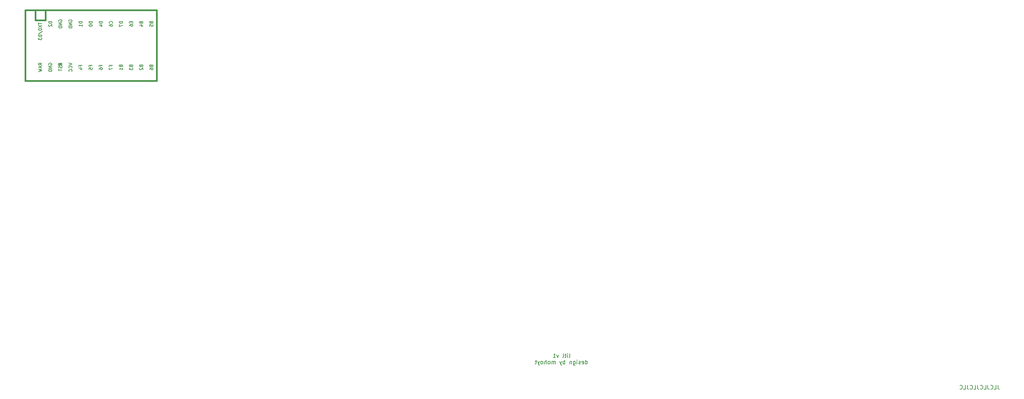
<source format=gbo>
%TF.GenerationSoftware,KiCad,Pcbnew,(6.0.0-0)*%
%TF.CreationDate,2022-06-29T18:32:48+02:00*%
%TF.ProjectId,litl,6c69746c-2e6b-4696-9361-645f70636258,rev?*%
%TF.SameCoordinates,Original*%
%TF.FileFunction,Legend,Bot*%
%TF.FilePolarity,Positive*%
%FSLAX46Y46*%
G04 Gerber Fmt 4.6, Leading zero omitted, Abs format (unit mm)*
G04 Created by KiCad (PCBNEW (6.0.0-0)) date 2022-06-29 18:32:48*
%MOMM*%
%LPD*%
G01*
G04 APERTURE LIST*
%ADD10C,0.150000*%
%ADD11C,0.381000*%
%ADD12C,1.651000*%
%ADD13R,1.651000X1.651000*%
%ADD14R,1.752600X1.752600*%
%ADD15C,1.752600*%
%ADD16C,2.200000*%
%ADD17C,1.700000*%
%ADD18C,4.000000*%
%ADD19C,3.050000*%
%ADD20R,2.000000X3.200000*%
%ADD21R,2.000000X2.000000*%
%ADD22C,2.000000*%
%ADD23R,1.700000X1.700000*%
%ADD24O,1.700000X1.700000*%
G04 APERTURE END LIST*
D10*
X269631547Y-121214880D02*
X269631547Y-121929166D01*
X269679166Y-122072023D01*
X269774404Y-122167261D01*
X269917261Y-122214880D01*
X270012500Y-122214880D01*
X268679166Y-122214880D02*
X269155357Y-122214880D01*
X269155357Y-121214880D01*
X267774404Y-122119642D02*
X267822023Y-122167261D01*
X267964880Y-122214880D01*
X268060119Y-122214880D01*
X268202976Y-122167261D01*
X268298214Y-122072023D01*
X268345833Y-121976785D01*
X268393452Y-121786309D01*
X268393452Y-121643452D01*
X268345833Y-121452976D01*
X268298214Y-121357738D01*
X268202976Y-121262500D01*
X268060119Y-121214880D01*
X267964880Y-121214880D01*
X267822023Y-121262500D01*
X267774404Y-121310119D01*
X267060119Y-121214880D02*
X267060119Y-121929166D01*
X267107738Y-122072023D01*
X267202976Y-122167261D01*
X267345833Y-122214880D01*
X267441071Y-122214880D01*
X266107738Y-122214880D02*
X266583928Y-122214880D01*
X266583928Y-121214880D01*
X265202976Y-122119642D02*
X265250595Y-122167261D01*
X265393452Y-122214880D01*
X265488690Y-122214880D01*
X265631547Y-122167261D01*
X265726785Y-122072023D01*
X265774404Y-121976785D01*
X265822023Y-121786309D01*
X265822023Y-121643452D01*
X265774404Y-121452976D01*
X265726785Y-121357738D01*
X265631547Y-121262500D01*
X265488690Y-121214880D01*
X265393452Y-121214880D01*
X265250595Y-121262500D01*
X265202976Y-121310119D01*
X264488690Y-121214880D02*
X264488690Y-121929166D01*
X264536309Y-122072023D01*
X264631547Y-122167261D01*
X264774404Y-122214880D01*
X264869642Y-122214880D01*
X263536309Y-122214880D02*
X264012500Y-122214880D01*
X264012500Y-121214880D01*
X262631547Y-122119642D02*
X262679166Y-122167261D01*
X262822023Y-122214880D01*
X262917261Y-122214880D01*
X263060119Y-122167261D01*
X263155357Y-122072023D01*
X263202976Y-121976785D01*
X263250595Y-121786309D01*
X263250595Y-121643452D01*
X263202976Y-121452976D01*
X263155357Y-121357738D01*
X263060119Y-121262500D01*
X262917261Y-121214880D01*
X262822023Y-121214880D01*
X262679166Y-121262500D01*
X262631547Y-121310119D01*
X261917261Y-121214880D02*
X261917261Y-121929166D01*
X261964880Y-122072023D01*
X262060119Y-122167261D01*
X262202976Y-122214880D01*
X262298214Y-122214880D01*
X260964880Y-122214880D02*
X261441071Y-122214880D01*
X261441071Y-121214880D01*
X260060119Y-122119642D02*
X260107738Y-122167261D01*
X260250595Y-122214880D01*
X260345833Y-122214880D01*
X260488690Y-122167261D01*
X260583928Y-122072023D01*
X260631547Y-121976785D01*
X260679166Y-121786309D01*
X260679166Y-121643452D01*
X260631547Y-121452976D01*
X260583928Y-121357738D01*
X260488690Y-121262500D01*
X260345833Y-121214880D01*
X260250595Y-121214880D01*
X260107738Y-121262500D01*
X260060119Y-121310119D01*
X161867261Y-114247380D02*
X161962500Y-114199761D01*
X162010119Y-114104523D01*
X162010119Y-113247380D01*
X161486309Y-114247380D02*
X161486309Y-113580714D01*
X161486309Y-113247380D02*
X161533928Y-113295000D01*
X161486309Y-113342619D01*
X161438690Y-113295000D01*
X161486309Y-113247380D01*
X161486309Y-113342619D01*
X161152976Y-113580714D02*
X160772023Y-113580714D01*
X161010119Y-113247380D02*
X161010119Y-114104523D01*
X160962500Y-114199761D01*
X160867261Y-114247380D01*
X160772023Y-114247380D01*
X160295833Y-114247380D02*
X160391071Y-114199761D01*
X160438690Y-114104523D01*
X160438690Y-113247380D01*
X159248214Y-113580714D02*
X159010119Y-114247380D01*
X158772023Y-113580714D01*
X157867261Y-114247380D02*
X158438690Y-114247380D01*
X158152976Y-114247380D02*
X158152976Y-113247380D01*
X158248214Y-113390238D01*
X158343452Y-113485476D01*
X158438690Y-113533095D01*
X166010119Y-115857380D02*
X166010119Y-114857380D01*
X166010119Y-115809761D02*
X166105357Y-115857380D01*
X166295833Y-115857380D01*
X166391071Y-115809761D01*
X166438690Y-115762142D01*
X166486309Y-115666904D01*
X166486309Y-115381190D01*
X166438690Y-115285952D01*
X166391071Y-115238333D01*
X166295833Y-115190714D01*
X166105357Y-115190714D01*
X166010119Y-115238333D01*
X165152976Y-115809761D02*
X165248214Y-115857380D01*
X165438690Y-115857380D01*
X165533928Y-115809761D01*
X165581547Y-115714523D01*
X165581547Y-115333571D01*
X165533928Y-115238333D01*
X165438690Y-115190714D01*
X165248214Y-115190714D01*
X165152976Y-115238333D01*
X165105357Y-115333571D01*
X165105357Y-115428809D01*
X165581547Y-115524047D01*
X164724404Y-115809761D02*
X164629166Y-115857380D01*
X164438690Y-115857380D01*
X164343452Y-115809761D01*
X164295833Y-115714523D01*
X164295833Y-115666904D01*
X164343452Y-115571666D01*
X164438690Y-115524047D01*
X164581547Y-115524047D01*
X164676785Y-115476428D01*
X164724404Y-115381190D01*
X164724404Y-115333571D01*
X164676785Y-115238333D01*
X164581547Y-115190714D01*
X164438690Y-115190714D01*
X164343452Y-115238333D01*
X163867261Y-115857380D02*
X163867261Y-115190714D01*
X163867261Y-114857380D02*
X163914880Y-114905000D01*
X163867261Y-114952619D01*
X163819642Y-114905000D01*
X163867261Y-114857380D01*
X163867261Y-114952619D01*
X162962500Y-115190714D02*
X162962500Y-116000238D01*
X163010119Y-116095476D01*
X163057738Y-116143095D01*
X163152976Y-116190714D01*
X163295833Y-116190714D01*
X163391071Y-116143095D01*
X162962500Y-115809761D02*
X163057738Y-115857380D01*
X163248214Y-115857380D01*
X163343452Y-115809761D01*
X163391071Y-115762142D01*
X163438690Y-115666904D01*
X163438690Y-115381190D01*
X163391071Y-115285952D01*
X163343452Y-115238333D01*
X163248214Y-115190714D01*
X163057738Y-115190714D01*
X162962500Y-115238333D01*
X162486309Y-115190714D02*
X162486309Y-115857380D01*
X162486309Y-115285952D02*
X162438690Y-115238333D01*
X162343452Y-115190714D01*
X162200595Y-115190714D01*
X162105357Y-115238333D01*
X162057738Y-115333571D01*
X162057738Y-115857380D01*
X160819642Y-115857380D02*
X160819642Y-114857380D01*
X160819642Y-115238333D02*
X160724404Y-115190714D01*
X160533928Y-115190714D01*
X160438690Y-115238333D01*
X160391071Y-115285952D01*
X160343452Y-115381190D01*
X160343452Y-115666904D01*
X160391071Y-115762142D01*
X160438690Y-115809761D01*
X160533928Y-115857380D01*
X160724404Y-115857380D01*
X160819642Y-115809761D01*
X160010119Y-115190714D02*
X159772023Y-115857380D01*
X159533928Y-115190714D02*
X159772023Y-115857380D01*
X159867261Y-116095476D01*
X159914880Y-116143095D01*
X160010119Y-116190714D01*
X158391071Y-115857380D02*
X158391071Y-115190714D01*
X158391071Y-115285952D02*
X158343452Y-115238333D01*
X158248214Y-115190714D01*
X158105357Y-115190714D01*
X158010119Y-115238333D01*
X157962500Y-115333571D01*
X157962500Y-115857380D01*
X157962500Y-115333571D02*
X157914880Y-115238333D01*
X157819642Y-115190714D01*
X157676785Y-115190714D01*
X157581547Y-115238333D01*
X157533928Y-115333571D01*
X157533928Y-115857380D01*
X156914880Y-115857380D02*
X157010119Y-115809761D01*
X157057738Y-115762142D01*
X157105357Y-115666904D01*
X157105357Y-115381190D01*
X157057738Y-115285952D01*
X157010119Y-115238333D01*
X156914880Y-115190714D01*
X156772023Y-115190714D01*
X156676785Y-115238333D01*
X156629166Y-115285952D01*
X156581547Y-115381190D01*
X156581547Y-115666904D01*
X156629166Y-115762142D01*
X156676785Y-115809761D01*
X156772023Y-115857380D01*
X156914880Y-115857380D01*
X156152976Y-115857380D02*
X156152976Y-114857380D01*
X155724404Y-115857380D02*
X155724404Y-115333571D01*
X155772023Y-115238333D01*
X155867261Y-115190714D01*
X156010119Y-115190714D01*
X156105357Y-115238333D01*
X156152976Y-115285952D01*
X155105357Y-115857380D02*
X155200595Y-115809761D01*
X155248214Y-115762142D01*
X155295833Y-115666904D01*
X155295833Y-115381190D01*
X155248214Y-115285952D01*
X155200595Y-115238333D01*
X155105357Y-115190714D01*
X154962500Y-115190714D01*
X154867261Y-115238333D01*
X154819642Y-115285952D01*
X154772023Y-115381190D01*
X154772023Y-115666904D01*
X154819642Y-115762142D01*
X154867261Y-115809761D01*
X154962500Y-115857380D01*
X155105357Y-115857380D01*
X154438690Y-115190714D02*
X154200595Y-115857380D01*
X153962500Y-115190714D02*
X154200595Y-115857380D01*
X154295833Y-116095476D01*
X154343452Y-116143095D01*
X154438690Y-116190714D01*
X153724404Y-115190714D02*
X153343452Y-115190714D01*
X153581547Y-114857380D02*
X153581547Y-115714523D01*
X153533928Y-115809761D01*
X153438690Y-115857380D01*
X153343452Y-115857380D01*
X49686904Y-29761023D02*
X48886904Y-29761023D01*
X48886904Y-29951500D01*
X48925000Y-30065785D01*
X49001190Y-30141976D01*
X49077380Y-30180071D01*
X49229761Y-30218166D01*
X49344047Y-30218166D01*
X49496428Y-30180071D01*
X49572619Y-30141976D01*
X49648809Y-30065785D01*
X49686904Y-29951500D01*
X49686904Y-29761023D01*
X48886904Y-30484833D02*
X48886904Y-31018166D01*
X49686904Y-30675309D01*
X41647857Y-41006833D02*
X41647857Y-40740166D01*
X42066904Y-40740166D02*
X41266904Y-40740166D01*
X41266904Y-41121119D01*
X41266904Y-41806833D02*
X41266904Y-41425880D01*
X41647857Y-41387785D01*
X41609761Y-41425880D01*
X41571666Y-41502071D01*
X41571666Y-41692547D01*
X41609761Y-41768738D01*
X41647857Y-41806833D01*
X41724047Y-41844928D01*
X41914523Y-41844928D01*
X41990714Y-41806833D01*
X42028809Y-41768738D01*
X42066904Y-41692547D01*
X42066904Y-41502071D01*
X42028809Y-41425880D01*
X41990714Y-41387785D01*
X44606904Y-29761023D02*
X43806904Y-29761023D01*
X43806904Y-29951500D01*
X43845000Y-30065785D01*
X43921190Y-30141976D01*
X43997380Y-30180071D01*
X44149761Y-30218166D01*
X44264047Y-30218166D01*
X44416428Y-30180071D01*
X44492619Y-30141976D01*
X44568809Y-30065785D01*
X44606904Y-29951500D01*
X44606904Y-29761023D01*
X44073571Y-30903880D02*
X44606904Y-30903880D01*
X43768809Y-30713404D02*
X44340238Y-30522928D01*
X44340238Y-31018166D01*
X44187857Y-41006833D02*
X44187857Y-40740166D01*
X44606904Y-40740166D02*
X43806904Y-40740166D01*
X43806904Y-41121119D01*
X43806904Y-41768738D02*
X43806904Y-41616357D01*
X43845000Y-41540166D01*
X43883095Y-41502071D01*
X43997380Y-41425880D01*
X44149761Y-41387785D01*
X44454523Y-41387785D01*
X44530714Y-41425880D01*
X44568809Y-41463976D01*
X44606904Y-41540166D01*
X44606904Y-41692547D01*
X44568809Y-41768738D01*
X44530714Y-41806833D01*
X44454523Y-41844928D01*
X44264047Y-41844928D01*
X44187857Y-41806833D01*
X44149761Y-41768738D01*
X44111666Y-41692547D01*
X44111666Y-41540166D01*
X44149761Y-41463976D01*
X44187857Y-41425880D01*
X44264047Y-41387785D01*
X33685000Y-29741976D02*
X33646904Y-29665785D01*
X33646904Y-29551500D01*
X33685000Y-29437214D01*
X33761190Y-29361023D01*
X33837380Y-29322928D01*
X33989761Y-29284833D01*
X34104047Y-29284833D01*
X34256428Y-29322928D01*
X34332619Y-29361023D01*
X34408809Y-29437214D01*
X34446904Y-29551500D01*
X34446904Y-29627690D01*
X34408809Y-29741976D01*
X34370714Y-29780071D01*
X34104047Y-29780071D01*
X34104047Y-29627690D01*
X34446904Y-30122928D02*
X33646904Y-30122928D01*
X34446904Y-30580071D01*
X33646904Y-30580071D01*
X34446904Y-30961023D02*
X33646904Y-30961023D01*
X33646904Y-31151500D01*
X33685000Y-31265785D01*
X33761190Y-31341976D01*
X33837380Y-31380071D01*
X33989761Y-31418166D01*
X34104047Y-31418166D01*
X34256428Y-31380071D01*
X34332619Y-31341976D01*
X34408809Y-31265785D01*
X34446904Y-31151500D01*
X34446904Y-30961023D01*
X36225000Y-29741976D02*
X36186904Y-29665785D01*
X36186904Y-29551500D01*
X36225000Y-29437214D01*
X36301190Y-29361023D01*
X36377380Y-29322928D01*
X36529761Y-29284833D01*
X36644047Y-29284833D01*
X36796428Y-29322928D01*
X36872619Y-29361023D01*
X36948809Y-29437214D01*
X36986904Y-29551500D01*
X36986904Y-29627690D01*
X36948809Y-29741976D01*
X36910714Y-29780071D01*
X36644047Y-29780071D01*
X36644047Y-29627690D01*
X36986904Y-30122928D02*
X36186904Y-30122928D01*
X36986904Y-30580071D01*
X36186904Y-30580071D01*
X36986904Y-30961023D02*
X36186904Y-30961023D01*
X36186904Y-31151500D01*
X36225000Y-31265785D01*
X36301190Y-31341976D01*
X36377380Y-31380071D01*
X36529761Y-31418166D01*
X36644047Y-31418166D01*
X36796428Y-31380071D01*
X36872619Y-31341976D01*
X36948809Y-31265785D01*
X36986904Y-31151500D01*
X36986904Y-30961023D01*
X56887857Y-30027690D02*
X56925952Y-30141976D01*
X56964047Y-30180071D01*
X57040238Y-30218166D01*
X57154523Y-30218166D01*
X57230714Y-30180071D01*
X57268809Y-30141976D01*
X57306904Y-30065785D01*
X57306904Y-29761023D01*
X56506904Y-29761023D01*
X56506904Y-30027690D01*
X56545000Y-30103880D01*
X56583095Y-30141976D01*
X56659285Y-30180071D01*
X56735476Y-30180071D01*
X56811666Y-30141976D01*
X56849761Y-30103880D01*
X56887857Y-30027690D01*
X56887857Y-29761023D01*
X56506904Y-30941976D02*
X56506904Y-30561023D01*
X56887857Y-30522928D01*
X56849761Y-30561023D01*
X56811666Y-30637214D01*
X56811666Y-30827690D01*
X56849761Y-30903880D01*
X56887857Y-30941976D01*
X56964047Y-30980071D01*
X57154523Y-30980071D01*
X57230714Y-30941976D01*
X57268809Y-30903880D01*
X57306904Y-30827690D01*
X57306904Y-30637214D01*
X57268809Y-30561023D01*
X57230714Y-30522928D01*
X36186904Y-40206833D02*
X36986904Y-40473500D01*
X36186904Y-40740166D01*
X36910714Y-41463976D02*
X36948809Y-41425880D01*
X36986904Y-41311595D01*
X36986904Y-41235404D01*
X36948809Y-41121119D01*
X36872619Y-41044928D01*
X36796428Y-41006833D01*
X36644047Y-40968738D01*
X36529761Y-40968738D01*
X36377380Y-41006833D01*
X36301190Y-41044928D01*
X36225000Y-41121119D01*
X36186904Y-41235404D01*
X36186904Y-41311595D01*
X36225000Y-41425880D01*
X36263095Y-41463976D01*
X36910714Y-42263976D02*
X36948809Y-42225880D01*
X36986904Y-42111595D01*
X36986904Y-42035404D01*
X36948809Y-41921119D01*
X36872619Y-41844928D01*
X36796428Y-41806833D01*
X36644047Y-41768738D01*
X36529761Y-41768738D01*
X36377380Y-41806833D01*
X36301190Y-41844928D01*
X36225000Y-41921119D01*
X36186904Y-42035404D01*
X36186904Y-42111595D01*
X36225000Y-42225880D01*
X36263095Y-42263976D01*
X54347857Y-40949690D02*
X54385952Y-41063976D01*
X54424047Y-41102071D01*
X54500238Y-41140166D01*
X54614523Y-41140166D01*
X54690714Y-41102071D01*
X54728809Y-41063976D01*
X54766904Y-40987785D01*
X54766904Y-40683023D01*
X53966904Y-40683023D01*
X53966904Y-40949690D01*
X54005000Y-41025880D01*
X54043095Y-41063976D01*
X54119285Y-41102071D01*
X54195476Y-41102071D01*
X54271666Y-41063976D01*
X54309761Y-41025880D01*
X54347857Y-40949690D01*
X54347857Y-40683023D01*
X54043095Y-41444928D02*
X54005000Y-41483023D01*
X53966904Y-41559214D01*
X53966904Y-41749690D01*
X54005000Y-41825880D01*
X54043095Y-41863976D01*
X54119285Y-41902071D01*
X54195476Y-41902071D01*
X54309761Y-41863976D01*
X54766904Y-41406833D01*
X54766904Y-41902071D01*
X31145000Y-40663976D02*
X31106904Y-40587785D01*
X31106904Y-40473500D01*
X31145000Y-40359214D01*
X31221190Y-40283023D01*
X31297380Y-40244928D01*
X31449761Y-40206833D01*
X31564047Y-40206833D01*
X31716428Y-40244928D01*
X31792619Y-40283023D01*
X31868809Y-40359214D01*
X31906904Y-40473500D01*
X31906904Y-40549690D01*
X31868809Y-40663976D01*
X31830714Y-40702071D01*
X31564047Y-40702071D01*
X31564047Y-40549690D01*
X31906904Y-41044928D02*
X31106904Y-41044928D01*
X31906904Y-41502071D01*
X31106904Y-41502071D01*
X31906904Y-41883023D02*
X31106904Y-41883023D01*
X31106904Y-42073500D01*
X31145000Y-42187785D01*
X31221190Y-42263976D01*
X31297380Y-42302071D01*
X31449761Y-42340166D01*
X31564047Y-42340166D01*
X31716428Y-42302071D01*
X31792619Y-42263976D01*
X31868809Y-42187785D01*
X31906904Y-42073500D01*
X31906904Y-41883023D01*
X51807857Y-40949690D02*
X51845952Y-41063976D01*
X51884047Y-41102071D01*
X51960238Y-41140166D01*
X52074523Y-41140166D01*
X52150714Y-41102071D01*
X52188809Y-41063976D01*
X52226904Y-40987785D01*
X52226904Y-40683023D01*
X51426904Y-40683023D01*
X51426904Y-40949690D01*
X51465000Y-41025880D01*
X51503095Y-41063976D01*
X51579285Y-41102071D01*
X51655476Y-41102071D01*
X51731666Y-41063976D01*
X51769761Y-41025880D01*
X51807857Y-40949690D01*
X51807857Y-40683023D01*
X51426904Y-41406833D02*
X51426904Y-41902071D01*
X51731666Y-41635404D01*
X51731666Y-41749690D01*
X51769761Y-41825880D01*
X51807857Y-41863976D01*
X51884047Y-41902071D01*
X52074523Y-41902071D01*
X52150714Y-41863976D01*
X52188809Y-41825880D01*
X52226904Y-41749690D01*
X52226904Y-41521119D01*
X52188809Y-41444928D01*
X52150714Y-41406833D01*
X47070714Y-30218166D02*
X47108809Y-30180071D01*
X47146904Y-30065785D01*
X47146904Y-29989595D01*
X47108809Y-29875309D01*
X47032619Y-29799119D01*
X46956428Y-29761023D01*
X46804047Y-29722928D01*
X46689761Y-29722928D01*
X46537380Y-29761023D01*
X46461190Y-29799119D01*
X46385000Y-29875309D01*
X46346904Y-29989595D01*
X46346904Y-30065785D01*
X46385000Y-30180071D01*
X46423095Y-30218166D01*
X46346904Y-30903880D02*
X46346904Y-30751500D01*
X46385000Y-30675309D01*
X46423095Y-30637214D01*
X46537380Y-30561023D01*
X46689761Y-30522928D01*
X46994523Y-30522928D01*
X47070714Y-30561023D01*
X47108809Y-30599119D01*
X47146904Y-30675309D01*
X47146904Y-30827690D01*
X47108809Y-30903880D01*
X47070714Y-30941976D01*
X46994523Y-30980071D01*
X46804047Y-30980071D01*
X46727857Y-30941976D01*
X46689761Y-30903880D01*
X46651666Y-30827690D01*
X46651666Y-30675309D01*
X46689761Y-30599119D01*
X46727857Y-30561023D01*
X46804047Y-30522928D01*
X49267857Y-40949690D02*
X49305952Y-41063976D01*
X49344047Y-41102071D01*
X49420238Y-41140166D01*
X49534523Y-41140166D01*
X49610714Y-41102071D01*
X49648809Y-41063976D01*
X49686904Y-40987785D01*
X49686904Y-40683023D01*
X48886904Y-40683023D01*
X48886904Y-40949690D01*
X48925000Y-41025880D01*
X48963095Y-41063976D01*
X49039285Y-41102071D01*
X49115476Y-41102071D01*
X49191666Y-41063976D01*
X49229761Y-41025880D01*
X49267857Y-40949690D01*
X49267857Y-40683023D01*
X49686904Y-41902071D02*
X49686904Y-41444928D01*
X49686904Y-41673500D02*
X48886904Y-41673500D01*
X49001190Y-41597309D01*
X49077380Y-41521119D01*
X49115476Y-41444928D01*
X31906904Y-29761023D02*
X31106904Y-29761023D01*
X31106904Y-29951500D01*
X31145000Y-30065785D01*
X31221190Y-30141976D01*
X31297380Y-30180071D01*
X31449761Y-30218166D01*
X31564047Y-30218166D01*
X31716428Y-30180071D01*
X31792619Y-30141976D01*
X31868809Y-30065785D01*
X31906904Y-29951500D01*
X31906904Y-29761023D01*
X31183095Y-30522928D02*
X31145000Y-30561023D01*
X31106904Y-30637214D01*
X31106904Y-30827690D01*
X31145000Y-30903880D01*
X31183095Y-30941976D01*
X31259285Y-30980071D01*
X31335476Y-30980071D01*
X31449761Y-30941976D01*
X31906904Y-30484833D01*
X31906904Y-30980071D01*
X51807857Y-29799119D02*
X51807857Y-30065785D01*
X52226904Y-30180071D02*
X52226904Y-29799119D01*
X51426904Y-29799119D01*
X51426904Y-30180071D01*
X51426904Y-30865785D02*
X51426904Y-30713404D01*
X51465000Y-30637214D01*
X51503095Y-30599119D01*
X51617380Y-30522928D01*
X51769761Y-30484833D01*
X52074523Y-30484833D01*
X52150714Y-30522928D01*
X52188809Y-30561023D01*
X52226904Y-30637214D01*
X52226904Y-30789595D01*
X52188809Y-30865785D01*
X52150714Y-30903880D01*
X52074523Y-30941976D01*
X51884047Y-30941976D01*
X51807857Y-30903880D01*
X51769761Y-30865785D01*
X51731666Y-30789595D01*
X51731666Y-30637214D01*
X51769761Y-30561023D01*
X51807857Y-30522928D01*
X51884047Y-30484833D01*
X56887857Y-40949690D02*
X56925952Y-41063976D01*
X56964047Y-41102071D01*
X57040238Y-41140166D01*
X57154523Y-41140166D01*
X57230714Y-41102071D01*
X57268809Y-41063976D01*
X57306904Y-40987785D01*
X57306904Y-40683023D01*
X56506904Y-40683023D01*
X56506904Y-40949690D01*
X56545000Y-41025880D01*
X56583095Y-41063976D01*
X56659285Y-41102071D01*
X56735476Y-41102071D01*
X56811666Y-41063976D01*
X56849761Y-41025880D01*
X56887857Y-40949690D01*
X56887857Y-40683023D01*
X56506904Y-41825880D02*
X56506904Y-41673500D01*
X56545000Y-41597309D01*
X56583095Y-41559214D01*
X56697380Y-41483023D01*
X56849761Y-41444928D01*
X57154523Y-41444928D01*
X57230714Y-41483023D01*
X57268809Y-41521119D01*
X57306904Y-41597309D01*
X57306904Y-41749690D01*
X57268809Y-41825880D01*
X57230714Y-41863976D01*
X57154523Y-41902071D01*
X56964047Y-41902071D01*
X56887857Y-41863976D01*
X56849761Y-41825880D01*
X56811666Y-41749690D01*
X56811666Y-41597309D01*
X56849761Y-41521119D01*
X56887857Y-41483023D01*
X56964047Y-41444928D01*
X39107857Y-41006833D02*
X39107857Y-40740166D01*
X39526904Y-40740166D02*
X38726904Y-40740166D01*
X38726904Y-41121119D01*
X38993571Y-41768738D02*
X39526904Y-41768738D01*
X38688809Y-41578261D02*
X39260238Y-41387785D01*
X39260238Y-41883023D01*
X29366904Y-40721119D02*
X28985952Y-40454452D01*
X29366904Y-40263976D02*
X28566904Y-40263976D01*
X28566904Y-40568738D01*
X28605000Y-40644928D01*
X28643095Y-40683023D01*
X28719285Y-40721119D01*
X28833571Y-40721119D01*
X28909761Y-40683023D01*
X28947857Y-40644928D01*
X28985952Y-40568738D01*
X28985952Y-40263976D01*
X29138333Y-41025880D02*
X29138333Y-41406833D01*
X29366904Y-40949690D02*
X28566904Y-41216357D01*
X29366904Y-41483023D01*
X28566904Y-41673500D02*
X29366904Y-41863976D01*
X28795476Y-42016357D01*
X29366904Y-42168738D01*
X28566904Y-42359214D01*
X39526904Y-29761023D02*
X38726904Y-29761023D01*
X38726904Y-29951500D01*
X38765000Y-30065785D01*
X38841190Y-30141976D01*
X38917380Y-30180071D01*
X39069761Y-30218166D01*
X39184047Y-30218166D01*
X39336428Y-30180071D01*
X39412619Y-30141976D01*
X39488809Y-30065785D01*
X39526904Y-29951500D01*
X39526904Y-29761023D01*
X39526904Y-30980071D02*
X39526904Y-30522928D01*
X39526904Y-30751500D02*
X38726904Y-30751500D01*
X38841190Y-30675309D01*
X38917380Y-30599119D01*
X38955476Y-30522928D01*
X34378809Y-41012286D02*
X34416904Y-41126572D01*
X34416904Y-41317048D01*
X34378809Y-41393239D01*
X34340714Y-41431334D01*
X34264523Y-41469429D01*
X34188333Y-41469429D01*
X34112142Y-41431334D01*
X34074047Y-41393239D01*
X34035952Y-41317048D01*
X33997857Y-41164667D01*
X33959761Y-41088477D01*
X33921666Y-41050381D01*
X33845476Y-41012286D01*
X33769285Y-41012286D01*
X33693095Y-41050381D01*
X33655000Y-41088477D01*
X33616904Y-41164667D01*
X33616904Y-41355143D01*
X33655000Y-41469429D01*
X33616904Y-41698000D02*
X33616904Y-42155143D01*
X34416904Y-41926572D02*
X33616904Y-41926572D01*
X54347857Y-30027690D02*
X54385952Y-30141976D01*
X54424047Y-30180071D01*
X54500238Y-30218166D01*
X54614523Y-30218166D01*
X54690714Y-30180071D01*
X54728809Y-30141976D01*
X54766904Y-30065785D01*
X54766904Y-29761023D01*
X53966904Y-29761023D01*
X53966904Y-30027690D01*
X54005000Y-30103880D01*
X54043095Y-30141976D01*
X54119285Y-30180071D01*
X54195476Y-30180071D01*
X54271666Y-30141976D01*
X54309761Y-30103880D01*
X54347857Y-30027690D01*
X54347857Y-29761023D01*
X54233571Y-30903880D02*
X54766904Y-30903880D01*
X53928809Y-30713404D02*
X54500238Y-30522928D01*
X54500238Y-31018166D01*
X46727857Y-41006833D02*
X46727857Y-40740166D01*
X47146904Y-40740166D02*
X46346904Y-40740166D01*
X46346904Y-41121119D01*
X46346904Y-41349690D02*
X46346904Y-41883023D01*
X47146904Y-41540166D01*
X28566904Y-30050151D02*
X28566904Y-30507294D01*
X29366904Y-30278723D02*
X28566904Y-30278723D01*
X28566904Y-30697770D02*
X29366904Y-31231104D01*
X28566904Y-31231104D02*
X29366904Y-30697770D01*
X28566904Y-31688247D02*
X28566904Y-31764437D01*
X28605000Y-31840628D01*
X28643095Y-31878723D01*
X28719285Y-31916818D01*
X28871666Y-31954913D01*
X29062142Y-31954913D01*
X29214523Y-31916818D01*
X29290714Y-31878723D01*
X29328809Y-31840628D01*
X29366904Y-31764437D01*
X29366904Y-31688247D01*
X29328809Y-31612056D01*
X29290714Y-31573961D01*
X29214523Y-31535866D01*
X29062142Y-31497770D01*
X28871666Y-31497770D01*
X28719285Y-31535866D01*
X28643095Y-31573961D01*
X28605000Y-31612056D01*
X28566904Y-31688247D01*
X28528809Y-32869199D02*
X29557380Y-32183485D01*
X29366904Y-33135866D02*
X28566904Y-33135866D01*
X28566904Y-33326342D01*
X28605000Y-33440628D01*
X28681190Y-33516818D01*
X28757380Y-33554913D01*
X28909761Y-33593008D01*
X29024047Y-33593008D01*
X29176428Y-33554913D01*
X29252619Y-33516818D01*
X29328809Y-33440628D01*
X29366904Y-33326342D01*
X29366904Y-33135866D01*
X28566904Y-33859675D02*
X28566904Y-34354913D01*
X28871666Y-34088247D01*
X28871666Y-34202532D01*
X28909761Y-34278723D01*
X28947857Y-34316818D01*
X29024047Y-34354913D01*
X29214523Y-34354913D01*
X29290714Y-34316818D01*
X29328809Y-34278723D01*
X29366904Y-34202532D01*
X29366904Y-33973961D01*
X29328809Y-33897770D01*
X29290714Y-33859675D01*
X42066904Y-29761023D02*
X41266904Y-29761023D01*
X41266904Y-29951500D01*
X41305000Y-30065785D01*
X41381190Y-30141976D01*
X41457380Y-30180071D01*
X41609761Y-30218166D01*
X41724047Y-30218166D01*
X41876428Y-30180071D01*
X41952619Y-30141976D01*
X42028809Y-30065785D01*
X42066904Y-29951500D01*
X42066904Y-29761023D01*
X41266904Y-30713404D02*
X41266904Y-30789595D01*
X41305000Y-30865785D01*
X41343095Y-30903880D01*
X41419285Y-30941976D01*
X41571666Y-30980071D01*
X41762142Y-30980071D01*
X41914523Y-30941976D01*
X41990714Y-30903880D01*
X42028809Y-30865785D01*
X42066904Y-30789595D01*
X42066904Y-30713404D01*
X42028809Y-30637214D01*
X41990714Y-30599119D01*
X41914523Y-30561023D01*
X41762142Y-30522928D01*
X41571666Y-30522928D01*
X41419285Y-30561023D01*
X41343095Y-30599119D01*
X41305000Y-30637214D01*
X41266904Y-30713404D01*
D11*
X27735000Y-29462500D02*
X30275000Y-29462500D01*
X58215000Y-26922500D02*
X58215000Y-44702500D01*
X30275000Y-29462500D02*
X30275000Y-26922500D01*
X27735000Y-29462500D02*
X27735000Y-26922500D01*
X58215000Y-44702500D02*
X27735000Y-44702500D01*
X27735000Y-26922500D02*
X58215000Y-26922500D01*
X25195000Y-26922500D02*
X27735000Y-26922500D01*
X27735000Y-44702500D02*
X25195000Y-44702500D01*
X25195000Y-44702500D02*
X25195000Y-26922500D01*
D10*
X33614360Y-40744068D02*
X33914360Y-40744068D01*
X33914360Y-40744068D02*
X33914360Y-40644068D01*
X33914360Y-40644068D02*
X33614360Y-40644068D01*
X33614360Y-40644068D02*
X33614360Y-40744068D01*
G36*
X33914360Y-40744068D02*
G01*
X33614360Y-40744068D01*
X33614360Y-40644068D01*
X33914360Y-40644068D01*
X33914360Y-40744068D01*
G37*
X33914360Y-40744068D02*
X33614360Y-40744068D01*
X33614360Y-40644068D01*
X33914360Y-40644068D01*
X33914360Y-40744068D01*
X34014360Y-40544068D02*
X34114360Y-40544068D01*
X34114360Y-40544068D02*
X34114360Y-40444068D01*
X34114360Y-40444068D02*
X34014360Y-40444068D01*
X34014360Y-40444068D02*
X34014360Y-40544068D01*
G36*
X34114360Y-40544068D02*
G01*
X34014360Y-40544068D01*
X34014360Y-40444068D01*
X34114360Y-40444068D01*
X34114360Y-40544068D01*
G37*
X34114360Y-40544068D02*
X34014360Y-40544068D01*
X34014360Y-40444068D01*
X34114360Y-40444068D01*
X34114360Y-40544068D01*
X34214360Y-40744068D02*
X34414360Y-40744068D01*
X34414360Y-40744068D02*
X34414360Y-40644068D01*
X34414360Y-40644068D02*
X34214360Y-40644068D01*
X34214360Y-40644068D02*
X34214360Y-40744068D01*
G36*
X34414360Y-40744068D02*
G01*
X34214360Y-40744068D01*
X34214360Y-40644068D01*
X34414360Y-40644068D01*
X34414360Y-40744068D01*
G37*
X34414360Y-40744068D02*
X34214360Y-40744068D01*
X34214360Y-40644068D01*
X34414360Y-40644068D01*
X34414360Y-40744068D01*
X33614360Y-40344068D02*
X34414360Y-40344068D01*
X34414360Y-40344068D02*
X34414360Y-40244068D01*
X34414360Y-40244068D02*
X33614360Y-40244068D01*
X33614360Y-40244068D02*
X33614360Y-40344068D01*
G36*
X34414360Y-40344068D02*
G01*
X33614360Y-40344068D01*
X33614360Y-40244068D01*
X34414360Y-40244068D01*
X34414360Y-40344068D01*
G37*
X34414360Y-40344068D02*
X33614360Y-40344068D01*
X33614360Y-40244068D01*
X34414360Y-40244068D01*
X34414360Y-40344068D01*
X33614360Y-40744068D02*
X33714360Y-40744068D01*
X33714360Y-40744068D02*
X33714360Y-40244068D01*
X33714360Y-40244068D02*
X33614360Y-40244068D01*
X33614360Y-40244068D02*
X33614360Y-40744068D01*
G36*
X33714360Y-40744068D02*
G01*
X33614360Y-40744068D01*
X33614360Y-40244068D01*
X33714360Y-40244068D01*
X33714360Y-40744068D01*
G37*
X33714360Y-40744068D02*
X33614360Y-40744068D01*
X33614360Y-40244068D01*
X33714360Y-40244068D01*
X33714360Y-40744068D01*
D12*
X103627500Y-38200000D03*
D13*
X111247500Y-38200000D03*
D12*
X125115000Y-33425000D03*
D13*
X132735000Y-33425000D03*
D12*
X134665000Y-28650000D03*
D13*
X142285000Y-28650000D03*
D12*
X67815000Y-38200000D03*
D13*
X75435000Y-38200000D03*
D12*
X101240000Y-33425000D03*
D13*
X108860000Y-33425000D03*
D12*
X63040000Y-28650000D03*
D13*
X70660000Y-28650000D03*
D12*
X172865000Y-33425000D03*
D13*
X180485000Y-33425000D03*
D12*
X77365000Y-33425000D03*
D13*
X84985000Y-33425000D03*
D12*
X115565000Y-38200000D03*
D13*
X123185000Y-38200000D03*
D12*
X165702500Y-42975000D03*
D13*
X173322500Y-42975000D03*
D12*
X79752500Y-38200000D03*
D13*
X87372500Y-38200000D03*
D12*
X201515000Y-42975000D03*
D13*
X209135000Y-42975000D03*
D12*
X86915000Y-28650000D03*
D13*
X94535000Y-28650000D03*
D12*
X196740000Y-33425000D03*
D13*
X204360000Y-33425000D03*
D12*
X127502500Y-38200000D03*
D13*
X135122500Y-38200000D03*
D12*
X187190000Y-38200000D03*
D13*
X194810000Y-38200000D03*
D12*
X158540000Y-28650000D03*
D13*
X166160000Y-28650000D03*
D12*
X94077500Y-42975000D03*
D13*
X101697500Y-42975000D03*
D12*
X148990000Y-33425000D03*
D13*
X156610000Y-33425000D03*
D12*
X160927500Y-33425000D03*
D13*
X168547500Y-33425000D03*
D12*
X194352500Y-28650000D03*
D13*
X201972500Y-28650000D03*
D12*
X117952500Y-42975000D03*
D13*
X125572500Y-42975000D03*
D12*
X163315000Y-38200000D03*
D13*
X170935000Y-38200000D03*
D12*
X199127500Y-38200000D03*
D13*
X206747500Y-38200000D03*
D12*
X98852500Y-28650000D03*
D13*
X106472500Y-28650000D03*
D12*
X110790000Y-28650000D03*
D13*
X118410000Y-28650000D03*
D12*
X137052500Y-33425000D03*
D13*
X144672500Y-33425000D03*
D12*
X153765000Y-42975000D03*
D13*
X161385000Y-42975000D03*
D12*
X65427500Y-33425000D03*
D13*
X73047500Y-33425000D03*
D12*
X177640000Y-42975000D03*
D13*
X185260000Y-42975000D03*
D12*
X184802500Y-33425000D03*
D13*
X192422500Y-33425000D03*
D12*
X70202500Y-42975000D03*
D13*
X77822500Y-42975000D03*
D12*
X129890000Y-42975000D03*
D13*
X137510000Y-42975000D03*
D12*
X74977500Y-28650000D03*
D13*
X82597500Y-28650000D03*
D12*
X113177500Y-33425000D03*
D13*
X120797500Y-33425000D03*
D12*
X82140000Y-42975000D03*
D13*
X89760000Y-42975000D03*
D12*
X170477500Y-28650000D03*
D13*
X178097500Y-28650000D03*
D12*
X141827500Y-42975000D03*
D13*
X149447500Y-42975000D03*
D12*
X151377500Y-38200000D03*
D13*
X158997500Y-38200000D03*
D12*
X91690000Y-38200000D03*
D13*
X99310000Y-38200000D03*
D12*
X139440000Y-38200000D03*
D13*
X147060000Y-38200000D03*
D12*
X89302500Y-33425000D03*
D13*
X96922500Y-33425000D03*
D12*
X182415000Y-28650000D03*
D13*
X190035000Y-28650000D03*
D12*
X122727500Y-28650000D03*
D13*
X130347500Y-28650000D03*
D12*
X146602500Y-28650000D03*
D13*
X154222500Y-28650000D03*
D12*
X175252500Y-38200000D03*
D13*
X182872500Y-38200000D03*
D12*
X189577500Y-42975000D03*
D13*
X197197500Y-42975000D03*
D14*
X29005000Y-27963900D03*
D15*
X31545000Y-28421100D03*
X34085000Y-27963900D03*
X36625000Y-28421100D03*
X39165000Y-27963900D03*
X41705000Y-28421100D03*
X44245000Y-27963900D03*
X46785000Y-28421100D03*
X49325000Y-27963900D03*
X51865000Y-28421100D03*
X54405000Y-27963900D03*
X56945000Y-28421100D03*
X56945000Y-43203900D03*
X54405000Y-43661100D03*
X51865000Y-43203900D03*
X49325000Y-43661100D03*
X46785000Y-43203900D03*
X44245000Y-43661100D03*
X41705000Y-43203900D03*
X39165000Y-43661100D03*
X36625000Y-43203900D03*
X34085000Y-43661100D03*
X31545000Y-43203900D03*
X29005000Y-43661100D03*
%LPC*%
D16*
X66850000Y-105050000D03*
D17*
X110130000Y-76400000D03*
D18*
X105050000Y-76400000D03*
D17*
X99970000Y-76400000D03*
D16*
X107590000Y-71320000D03*
X101240000Y-73860000D03*
D17*
X100580000Y-95500000D03*
X90420000Y-95500000D03*
D18*
X95500000Y-95500000D03*
D16*
X98040000Y-90420000D03*
X91690000Y-92960000D03*
D12*
X103627500Y-38200000D03*
D13*
X111247500Y-38200000D03*
D16*
X62075000Y-35812500D03*
D17*
X52220000Y-95500000D03*
D18*
X57300000Y-95500000D03*
D17*
X62380000Y-95500000D03*
D16*
X59840000Y-90420000D03*
X53490000Y-92960000D03*
X52512500Y-66800000D03*
D18*
X57262500Y-103720000D03*
X45362500Y-95480000D03*
X33462500Y-103720000D03*
D17*
X50442500Y-95480000D03*
X40282500Y-95480000D03*
D19*
X33462500Y-88480000D03*
X57262500Y-88480000D03*
D16*
X47902500Y-90400000D03*
X41552500Y-92940000D03*
X66837500Y-105000000D03*
D12*
X125115000Y-33425000D03*
D13*
X132735000Y-33425000D03*
D12*
X134665000Y-28650000D03*
D13*
X142285000Y-28650000D03*
D17*
X255157500Y-76400000D03*
D18*
X260237500Y-76400000D03*
D17*
X265317500Y-76400000D03*
D16*
X262777500Y-71320000D03*
X256427500Y-73860000D03*
D12*
X67815000Y-38200000D03*
D13*
X75435000Y-38200000D03*
D17*
X185920000Y-95500000D03*
D18*
X191000000Y-95500000D03*
D17*
X196080000Y-95500000D03*
D16*
X193540000Y-90420000D03*
X187190000Y-92960000D03*
D18*
X138475000Y-57300000D03*
D17*
X143555000Y-57300000D03*
X133395000Y-57300000D03*
D16*
X141015000Y-52220000D03*
X134665000Y-54760000D03*
D17*
X212182500Y-114600000D03*
X222342500Y-114600000D03*
D18*
X217262500Y-114600000D03*
D16*
X219802500Y-109520000D03*
X213452500Y-112060000D03*
D12*
X101240000Y-33425000D03*
D13*
X108860000Y-33425000D03*
D12*
X63040000Y-28650000D03*
D13*
X70660000Y-28650000D03*
D17*
X124455000Y-57300000D03*
X114295000Y-57300000D03*
D18*
X119375000Y-57300000D03*
D16*
X121915000Y-52220000D03*
X115565000Y-54760000D03*
D12*
X172865000Y-33425000D03*
D13*
X180485000Y-33425000D03*
D17*
X166820000Y-95500000D03*
X176980000Y-95500000D03*
D18*
X171900000Y-95500000D03*
D16*
X174440000Y-90420000D03*
X168090000Y-92960000D03*
D12*
X77365000Y-33425000D03*
D13*
X84985000Y-33425000D03*
D12*
X115565000Y-38200000D03*
D13*
X123185000Y-38200000D03*
D18*
X133700000Y-95500000D03*
D17*
X138780000Y-95500000D03*
X128620000Y-95500000D03*
D16*
X136240000Y-90420000D03*
X129890000Y-92960000D03*
D19*
X238787500Y-69400000D03*
D18*
X238787500Y-84640000D03*
D17*
X245607500Y-76400000D03*
X255767500Y-76400000D03*
D18*
X262587500Y-84640000D03*
D19*
X262587500Y-69400000D03*
D18*
X250687500Y-76400000D03*
D16*
X253227500Y-71320000D03*
X246877500Y-73860000D03*
D12*
X165702500Y-42975000D03*
D13*
X173322500Y-42975000D03*
D18*
X167080000Y-106350000D03*
X190880000Y-106350000D03*
D19*
X167080000Y-121590000D03*
X190880000Y-121590000D03*
D18*
X178980000Y-114590000D03*
D17*
X173900000Y-114590000D03*
X184060000Y-114590000D03*
D16*
X181520000Y-109510000D03*
X175170000Y-112050000D03*
D17*
X148340000Y-114650000D03*
X138180000Y-114650000D03*
D18*
X143260000Y-114650000D03*
D16*
X145800000Y-109570000D03*
X139450000Y-112110000D03*
D12*
X79752500Y-38200000D03*
D13*
X87372500Y-38200000D03*
D17*
X30580000Y-76400000D03*
D18*
X35660000Y-76400000D03*
D17*
X40740000Y-76400000D03*
D16*
X38200000Y-71320000D03*
X31850000Y-73860000D03*
D18*
X176675000Y-57300000D03*
D17*
X181755000Y-57300000D03*
X171595000Y-57300000D03*
D16*
X179215000Y-52220000D03*
X172865000Y-54760000D03*
D17*
X252770000Y-57300000D03*
X262930000Y-57300000D03*
D18*
X257850000Y-57300000D03*
D16*
X260390000Y-52220000D03*
X254040000Y-54760000D03*
D12*
X201515000Y-42975000D03*
D13*
X209135000Y-42975000D03*
D12*
X86915000Y-28650000D03*
D13*
X94535000Y-28650000D03*
D16*
X243512500Y-66800000D03*
D17*
X71320000Y-95500000D03*
D18*
X76400000Y-95500000D03*
D17*
X81480000Y-95500000D03*
D16*
X78940000Y-90420000D03*
X72590000Y-92960000D03*
D12*
X196740000Y-33425000D03*
D13*
X204360000Y-33425000D03*
D17*
X119680000Y-95500000D03*
D18*
X114600000Y-95500000D03*
D17*
X109520000Y-95500000D03*
D16*
X117140000Y-90420000D03*
X110790000Y-92960000D03*
D18*
X38200000Y-57300000D03*
D17*
X33120000Y-57300000D03*
X43280000Y-57300000D03*
D16*
X40740000Y-52220000D03*
X34390000Y-54760000D03*
D18*
X81175000Y-57300000D03*
D17*
X86255000Y-57300000D03*
X76095000Y-57300000D03*
D16*
X83715000Y-52220000D03*
X77365000Y-54760000D03*
X148025000Y-66850000D03*
D12*
X127502500Y-38200000D03*
D13*
X135122500Y-38200000D03*
D12*
X187190000Y-38200000D03*
D13*
X194810000Y-38200000D03*
D12*
X158540000Y-28650000D03*
D13*
X166160000Y-28650000D03*
D18*
X57300000Y-114600000D03*
D17*
X52220000Y-114600000D03*
X62380000Y-114600000D03*
D16*
X59840000Y-109520000D03*
X53490000Y-112060000D03*
X229200000Y-105050000D03*
X52525000Y-66850000D03*
D20*
X228555400Y-35812500D03*
X239755400Y-35812500D03*
D21*
X236655400Y-28312500D03*
D22*
X231655400Y-28312500D03*
X234155400Y-28312500D03*
X231655400Y-42812500D03*
X236655400Y-42812500D03*
D18*
X214875000Y-57300000D03*
D17*
X219955000Y-57300000D03*
X209795000Y-57300000D03*
D16*
X217415000Y-52220000D03*
X211065000Y-54760000D03*
D12*
X94077500Y-42975000D03*
D13*
X101697500Y-42975000D03*
D12*
X148990000Y-33425000D03*
D13*
X156610000Y-33425000D03*
D12*
X160927500Y-33425000D03*
D13*
X168547500Y-33425000D03*
D17*
X195470000Y-76400000D03*
X205630000Y-76400000D03*
D18*
X200550000Y-76400000D03*
D16*
X203090000Y-71320000D03*
X196740000Y-73860000D03*
D18*
X181450000Y-76400000D03*
D17*
X176370000Y-76400000D03*
X186530000Y-76400000D03*
D16*
X183990000Y-71320000D03*
X177640000Y-73860000D03*
D12*
X194352500Y-28650000D03*
D13*
X201972500Y-28650000D03*
D12*
X117952500Y-42975000D03*
D13*
X125572500Y-42975000D03*
D12*
X163315000Y-38200000D03*
D13*
X170935000Y-38200000D03*
D18*
X124150000Y-76400000D03*
D17*
X129230000Y-76400000D03*
X119070000Y-76400000D03*
D16*
X126690000Y-71320000D03*
X120340000Y-73860000D03*
D17*
X80870000Y-76400000D03*
X91030000Y-76400000D03*
D18*
X85950000Y-76400000D03*
D16*
X88490000Y-71320000D03*
X82140000Y-73860000D03*
D12*
X199127500Y-38200000D03*
D13*
X206747500Y-38200000D03*
D20*
X257025000Y-35427000D03*
X268225000Y-35427000D03*
D21*
X265125000Y-27927000D03*
D22*
X260125000Y-27927000D03*
X262625000Y-27927000D03*
X260125000Y-42427000D03*
X265125000Y-42427000D03*
D16*
X229187500Y-105000000D03*
D17*
X105355000Y-57300000D03*
X95195000Y-57300000D03*
D18*
X100275000Y-57300000D03*
D16*
X102815000Y-52220000D03*
X96465000Y-54760000D03*
D12*
X98852500Y-28650000D03*
D13*
X106472500Y-28650000D03*
D16*
X243525000Y-66850000D03*
D17*
X138170000Y-76400000D03*
D18*
X143250000Y-76400000D03*
D17*
X148330000Y-76400000D03*
D16*
X145790000Y-71320000D03*
X139440000Y-73860000D03*
D17*
X265317500Y-114600000D03*
D18*
X260237500Y-114600000D03*
D17*
X255157500Y-114600000D03*
D16*
X262777500Y-109520000D03*
X256427500Y-112060000D03*
D12*
X110790000Y-28650000D03*
D13*
X118410000Y-28650000D03*
D17*
X162655000Y-57300000D03*
D18*
X157575000Y-57300000D03*
D17*
X152495000Y-57300000D03*
D16*
X160115000Y-52220000D03*
X153765000Y-54760000D03*
D12*
X137052500Y-33425000D03*
D13*
X144672500Y-33425000D03*
D17*
X167430000Y-76400000D03*
X157270000Y-76400000D03*
D18*
X162350000Y-76400000D03*
D16*
X164890000Y-71320000D03*
X158540000Y-73860000D03*
D17*
X200855000Y-57300000D03*
X190695000Y-57300000D03*
D18*
X195775000Y-57300000D03*
D16*
X198315000Y-52220000D03*
X191965000Y-54760000D03*
D17*
X30732500Y-114600000D03*
X40892500Y-114600000D03*
D18*
X35812500Y-114600000D03*
D16*
X38352500Y-109520000D03*
X32002500Y-112060000D03*
D18*
X229200000Y-95500000D03*
D17*
X224120000Y-95500000D03*
X234280000Y-95500000D03*
D16*
X231740000Y-90420000D03*
X225390000Y-92960000D03*
D18*
X145637500Y-114610000D03*
X195637500Y-106370000D03*
X95637500Y-106370000D03*
D19*
X95637500Y-121610000D03*
D17*
X150717500Y-114610000D03*
X140557500Y-114610000D03*
D19*
X195637500Y-121610000D03*
D16*
X148177500Y-109530000D03*
X141827500Y-112070000D03*
D12*
X153765000Y-42975000D03*
D13*
X161385000Y-42975000D03*
D12*
X65427500Y-33425000D03*
D13*
X73047500Y-33425000D03*
D12*
X177640000Y-42975000D03*
D13*
X185260000Y-42975000D03*
D17*
X224730000Y-76400000D03*
X214570000Y-76400000D03*
D18*
X219650000Y-76400000D03*
D16*
X222190000Y-71320000D03*
X215840000Y-73860000D03*
D23*
X212487500Y-40587500D03*
D24*
X212487500Y-38047500D03*
X212487500Y-35507500D03*
X212487500Y-32967500D03*
D17*
X233670000Y-114600000D03*
X243830000Y-114600000D03*
D18*
X238750000Y-114600000D03*
D16*
X241290000Y-109520000D03*
X234940000Y-112060000D03*
D18*
X78787500Y-114600000D03*
D17*
X83867500Y-114600000D03*
X73707500Y-114600000D03*
D16*
X81327500Y-109520000D03*
X74977500Y-112060000D03*
D12*
X184802500Y-33425000D03*
D13*
X192422500Y-33425000D03*
D17*
X81480000Y-114600000D03*
D18*
X76400000Y-114600000D03*
D17*
X71320000Y-114600000D03*
D16*
X78940000Y-109520000D03*
X72590000Y-112060000D03*
D17*
X205020000Y-95500000D03*
X215180000Y-95500000D03*
D18*
X210100000Y-95500000D03*
D16*
X212640000Y-90420000D03*
X206290000Y-92960000D03*
D18*
X100410000Y-106378000D03*
D17*
X107230000Y-114618000D03*
D18*
X124210000Y-106378000D03*
D19*
X100410000Y-121618000D03*
X124210000Y-121618000D03*
D18*
X112310000Y-114618000D03*
D17*
X117390000Y-114618000D03*
D16*
X114850000Y-109538000D03*
X108500000Y-112078000D03*
D12*
X70202500Y-42975000D03*
D13*
X77822500Y-42975000D03*
D16*
X148012500Y-66800000D03*
D12*
X129890000Y-42975000D03*
D13*
X137510000Y-42975000D03*
D17*
X56995000Y-57300000D03*
D18*
X62075000Y-57300000D03*
D17*
X67155000Y-57300000D03*
D16*
X64615000Y-52220000D03*
X58265000Y-54760000D03*
D12*
X74977500Y-28650000D03*
D13*
X82597500Y-28650000D03*
D12*
X113177500Y-33425000D03*
D13*
X120797500Y-33425000D03*
D12*
X82140000Y-42975000D03*
D13*
X89760000Y-42975000D03*
D18*
X255462500Y-95500000D03*
D17*
X250382500Y-95500000D03*
X260542500Y-95500000D03*
D16*
X258002500Y-90420000D03*
X251652500Y-92960000D03*
D17*
X147720000Y-95500000D03*
D18*
X152800000Y-95500000D03*
D17*
X157880000Y-95500000D03*
D16*
X155340000Y-90420000D03*
X148990000Y-92960000D03*
D12*
X170477500Y-28650000D03*
D13*
X178097500Y-28650000D03*
D12*
X141827500Y-42975000D03*
D13*
X149447500Y-42975000D03*
D16*
X66837500Y-105000000D03*
D12*
X151377500Y-38200000D03*
D13*
X158997500Y-38200000D03*
D12*
X91690000Y-38200000D03*
D13*
X99310000Y-38200000D03*
D18*
X35812500Y-95500000D03*
D17*
X40892500Y-95500000D03*
X30732500Y-95500000D03*
D16*
X38352500Y-90420000D03*
X32002500Y-92960000D03*
D12*
X139440000Y-38200000D03*
D13*
X147060000Y-38200000D03*
D17*
X228895000Y-57300000D03*
D18*
X233975000Y-57300000D03*
D17*
X239055000Y-57300000D03*
D16*
X236515000Y-52220000D03*
X230165000Y-54760000D03*
D12*
X89302500Y-33425000D03*
D13*
X96922500Y-33425000D03*
D12*
X182415000Y-28650000D03*
D13*
X190035000Y-28650000D03*
D18*
X66850000Y-76400000D03*
D17*
X71930000Y-76400000D03*
X61770000Y-76400000D03*
D16*
X69390000Y-71320000D03*
X63040000Y-73860000D03*
D12*
X122727500Y-28650000D03*
D13*
X130347500Y-28650000D03*
D16*
X250687500Y-35812500D03*
D12*
X146602500Y-28650000D03*
D13*
X154222500Y-28650000D03*
D12*
X175252500Y-38200000D03*
D13*
X182872500Y-38200000D03*
D12*
X189577500Y-42975000D03*
D13*
X197197500Y-42975000D03*
D17*
X35507500Y-76400000D03*
X45667500Y-76400000D03*
D18*
X40587500Y-76400000D03*
D16*
X43127500Y-71320000D03*
X36777500Y-73860000D03*
D17*
X243830000Y-76400000D03*
D18*
X238750000Y-76400000D03*
D17*
X233670000Y-76400000D03*
D16*
X241290000Y-71320000D03*
X234940000Y-73860000D03*
D14*
X29005000Y-27963900D03*
D15*
X31545000Y-28421100D03*
X34085000Y-27963900D03*
X36625000Y-28421100D03*
X39165000Y-27963900D03*
X41705000Y-28421100D03*
X44245000Y-27963900D03*
X46785000Y-28421100D03*
X49325000Y-27963900D03*
X51865000Y-28421100D03*
X54405000Y-27963900D03*
X56945000Y-28421100D03*
X56945000Y-43203900D03*
X54405000Y-43661100D03*
X51865000Y-43203900D03*
X49325000Y-43661100D03*
X46785000Y-43203900D03*
X44245000Y-43661100D03*
X41705000Y-43203900D03*
X39165000Y-43661100D03*
X36625000Y-43203900D03*
X34085000Y-43661100D03*
X31545000Y-43203900D03*
X29005000Y-43661100D03*
M02*

</source>
